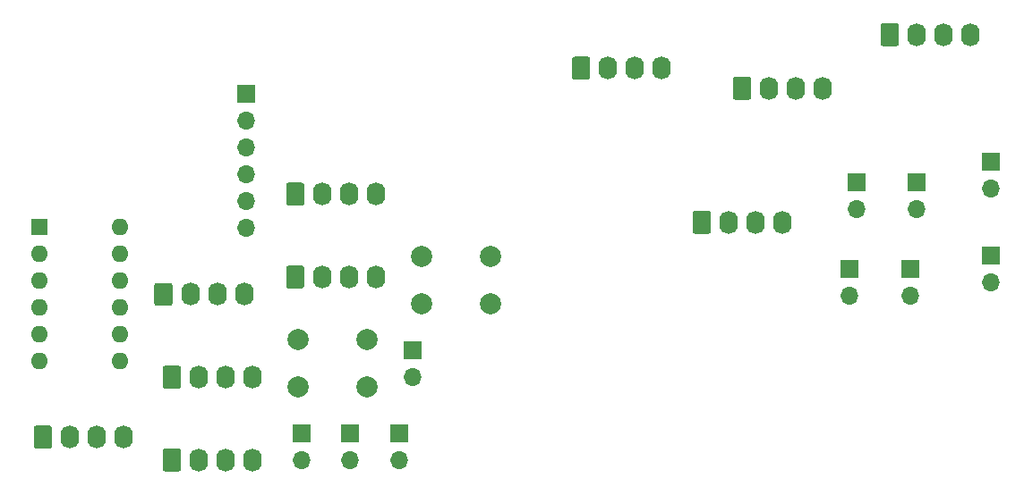
<source format=gbr>
%TF.GenerationSoftware,KiCad,Pcbnew,(5.1.9)-1*%
%TF.CreationDate,2022-03-08T11:24:29-07:00*%
%TF.ProjectId,SensorBoard,53656e73-6f72-4426-9f61-72642e6b6963,rev?*%
%TF.SameCoordinates,Original*%
%TF.FileFunction,Copper,L2,Bot*%
%TF.FilePolarity,Positive*%
%FSLAX46Y46*%
G04 Gerber Fmt 4.6, Leading zero omitted, Abs format (unit mm)*
G04 Created by KiCad (PCBNEW (5.1.9)-1) date 2022-03-08 11:24:29*
%MOMM*%
%LPD*%
G01*
G04 APERTURE LIST*
%TA.AperFunction,ComponentPad*%
%ADD10R,1.700000X1.700000*%
%TD*%
%TA.AperFunction,ComponentPad*%
%ADD11O,1.700000X1.700000*%
%TD*%
%TA.AperFunction,ComponentPad*%
%ADD12O,1.740000X2.190000*%
%TD*%
%TA.AperFunction,ComponentPad*%
%ADD13R,1.600000X1.600000*%
%TD*%
%TA.AperFunction,ComponentPad*%
%ADD14O,1.600000X1.600000*%
%TD*%
%TA.AperFunction,ComponentPad*%
%ADD15C,2.000000*%
%TD*%
G04 APERTURE END LIST*
D10*
%TO.P,J1,1*%
%TO.N,+5V*%
X154905001Y-55920001D03*
D11*
%TO.P,J1,2*%
%TO.N,GND*%
X154905001Y-58460001D03*
%TD*%
D12*
%TO.P,J2,4*%
%TO.N,GND*%
X139735001Y-66340001D03*
%TO.P,J2,3*%
%TO.N,Net-(J2-Pad3)*%
X137195001Y-66340001D03*
%TO.P,J2,2*%
%TO.N,Net-(J2-Pad2)*%
X134655001Y-66340001D03*
%TO.P,J2,1*%
%TO.N,+5V*%
%TA.AperFunction,ComponentPad*%
G36*
G01*
X131245001Y-67185002D02*
X131245001Y-65495000D01*
G75*
G02*
X131495000Y-65245001I249999J0D01*
G01*
X132735002Y-65245001D01*
G75*
G02*
X132985001Y-65495000I0J-249999D01*
G01*
X132985001Y-67185002D01*
G75*
G02*
X132735002Y-67435001I-249999J0D01*
G01*
X131495000Y-67435001D01*
G75*
G02*
X131245001Y-67185002I0J249999D01*
G01*
G37*
%TD.AperFunction*%
%TD*%
D10*
%TO.P,J3,1*%
%TO.N,Net-(D8-Pad1)*%
X139165001Y-31670001D03*
D11*
%TO.P,J3,2*%
%TO.N,+5V*%
X139165001Y-34210001D03*
%TO.P,J3,3*%
%TO.N,GND*%
X139165001Y-36750001D03*
%TO.P,J3,4*%
%TO.N,RB7*%
X139165001Y-39290001D03*
%TO.P,J3,5*%
%TO.N,RB6*%
X139165001Y-41830001D03*
%TO.P,J3,6*%
%TO.N,Net-(J3-Pad6)*%
X139165001Y-44370001D03*
%TD*%
%TO.P,J4,1*%
%TO.N,+5V*%
%TA.AperFunction,ComponentPad*%
G36*
G01*
X181375000Y-44660001D02*
X181375000Y-42969999D01*
G75*
G02*
X181624999Y-42720000I249999J0D01*
G01*
X182865001Y-42720000D01*
G75*
G02*
X183115000Y-42969999I0J-249999D01*
G01*
X183115000Y-44660001D01*
G75*
G02*
X182865001Y-44910000I-249999J0D01*
G01*
X181624999Y-44910000D01*
G75*
G02*
X181375000Y-44660001I0J249999D01*
G01*
G37*
%TD.AperFunction*%
D12*
%TO.P,J4,2*%
%TO.N,Net-(J2-Pad2)*%
X184785000Y-43815000D03*
%TO.P,J4,3*%
%TO.N,Net-(J2-Pad3)*%
X187325000Y-43815000D03*
%TO.P,J4,4*%
%TO.N,GND*%
X189865000Y-43815000D03*
%TD*%
%TO.P,J5,4*%
%TO.N,GND*%
X193675000Y-31115000D03*
%TO.P,J5,3*%
%TO.N,Net-(J5-Pad3)*%
X191135000Y-31115000D03*
%TO.P,J5,2*%
%TO.N,SDA2*%
X188595000Y-31115000D03*
%TO.P,J5,1*%
%TO.N,+5V*%
%TA.AperFunction,ComponentPad*%
G36*
G01*
X185185000Y-31960001D02*
X185185000Y-30269999D01*
G75*
G02*
X185434999Y-30020000I249999J0D01*
G01*
X186675001Y-30020000D01*
G75*
G02*
X186925000Y-30269999I0J-249999D01*
G01*
X186925000Y-31960001D01*
G75*
G02*
X186675001Y-32210000I-249999J0D01*
G01*
X185434999Y-32210000D01*
G75*
G02*
X185185000Y-31960001I0J249999D01*
G01*
G37*
%TD.AperFunction*%
%TD*%
%TO.P,J6,1*%
%TO.N,+5V*%
%TA.AperFunction,ComponentPad*%
G36*
G01*
X199155000Y-26880001D02*
X199155000Y-25189999D01*
G75*
G02*
X199404999Y-24940000I249999J0D01*
G01*
X200645001Y-24940000D01*
G75*
G02*
X200895000Y-25189999I0J-249999D01*
G01*
X200895000Y-26880001D01*
G75*
G02*
X200645001Y-27130000I-249999J0D01*
G01*
X199404999Y-27130000D01*
G75*
G02*
X199155000Y-26880001I0J249999D01*
G01*
G37*
%TD.AperFunction*%
%TO.P,J6,2*%
%TO.N,SDA2*%
X202565000Y-26035000D03*
%TO.P,J6,3*%
%TO.N,Net-(J6-Pad3)*%
X205105000Y-26035000D03*
%TO.P,J6,4*%
%TO.N,GND*%
X207645000Y-26035000D03*
%TD*%
%TO.P,J7,4*%
%TO.N,GND*%
X138935001Y-50640001D03*
%TO.P,J7,3*%
%TO.N,Net-(J7-Pad3)*%
X136395001Y-50640001D03*
%TO.P,J7,2*%
%TO.N,SDA2*%
X133855001Y-50640001D03*
%TO.P,J7,1*%
%TO.N,+5V*%
%TA.AperFunction,ComponentPad*%
G36*
G01*
X130445001Y-51485002D02*
X130445001Y-49795000D01*
G75*
G02*
X130695000Y-49545001I249999J0D01*
G01*
X131935002Y-49545001D01*
G75*
G02*
X132185001Y-49795000I0J-249999D01*
G01*
X132185001Y-51485002D01*
G75*
G02*
X131935002Y-51735001I-249999J0D01*
G01*
X130695000Y-51735001D01*
G75*
G02*
X130445001Y-51485002I0J249999D01*
G01*
G37*
%TD.AperFunction*%
%TD*%
%TO.P,J8,1*%
%TO.N,+5V*%
%TA.AperFunction,ComponentPad*%
G36*
G01*
X169945000Y-30055001D02*
X169945000Y-28364999D01*
G75*
G02*
X170194999Y-28115000I249999J0D01*
G01*
X171435001Y-28115000D01*
G75*
G02*
X171685000Y-28364999I0J-249999D01*
G01*
X171685000Y-30055001D01*
G75*
G02*
X171435001Y-30305000I-249999J0D01*
G01*
X170194999Y-30305000D01*
G75*
G02*
X169945000Y-30055001I0J249999D01*
G01*
G37*
%TD.AperFunction*%
%TO.P,J8,2*%
%TO.N,SDA2*%
X173355000Y-29210000D03*
%TO.P,J8,3*%
%TO.N,Net-(J8-Pad3)*%
X175895000Y-29210000D03*
%TO.P,J8,4*%
%TO.N,GND*%
X178435000Y-29210000D03*
%TD*%
%TO.P,J9,1*%
%TO.N,+5V*%
%TA.AperFunction,ComponentPad*%
G36*
G01*
X142915001Y-41985002D02*
X142915001Y-40295000D01*
G75*
G02*
X143165000Y-40045001I249999J0D01*
G01*
X144405002Y-40045001D01*
G75*
G02*
X144655001Y-40295000I0J-249999D01*
G01*
X144655001Y-41985002D01*
G75*
G02*
X144405002Y-42235001I-249999J0D01*
G01*
X143165000Y-42235001D01*
G75*
G02*
X142915001Y-41985002I0J249999D01*
G01*
G37*
%TD.AperFunction*%
%TO.P,J9,2*%
%TO.N,SDA2*%
X146325001Y-41140001D03*
%TO.P,J9,3*%
%TO.N,Net-(J9-Pad3)*%
X148865001Y-41140001D03*
%TO.P,J9,4*%
%TO.N,GND*%
X151405001Y-41140001D03*
%TD*%
%TO.P,J10,4*%
%TO.N,GND*%
X127525001Y-64160001D03*
%TO.P,J10,3*%
%TO.N,Net-(J10-Pad3)*%
X124985001Y-64160001D03*
%TO.P,J10,2*%
%TO.N,SDA2*%
X122445001Y-64160001D03*
%TO.P,J10,1*%
%TO.N,+5V*%
%TA.AperFunction,ComponentPad*%
G36*
G01*
X119035001Y-65005002D02*
X119035001Y-63315000D01*
G75*
G02*
X119285000Y-63065001I249999J0D01*
G01*
X120525002Y-63065001D01*
G75*
G02*
X120775001Y-63315000I0J-249999D01*
G01*
X120775001Y-65005002D01*
G75*
G02*
X120525002Y-65255001I-249999J0D01*
G01*
X119285000Y-65255001D01*
G75*
G02*
X119035001Y-65005002I0J249999D01*
G01*
G37*
%TD.AperFunction*%
%TD*%
%TO.P,J11,1*%
%TO.N,+5V*%
%TA.AperFunction,ComponentPad*%
G36*
G01*
X131245001Y-59335002D02*
X131245001Y-57645000D01*
G75*
G02*
X131495000Y-57395001I249999J0D01*
G01*
X132735002Y-57395001D01*
G75*
G02*
X132985001Y-57645000I0J-249999D01*
G01*
X132985001Y-59335002D01*
G75*
G02*
X132735002Y-59585001I-249999J0D01*
G01*
X131495000Y-59585001D01*
G75*
G02*
X131245001Y-59335002I0J249999D01*
G01*
G37*
%TD.AperFunction*%
%TO.P,J11,2*%
%TO.N,SDA2*%
X134655001Y-58490001D03*
%TO.P,J11,3*%
%TO.N,Net-(J11-Pad3)*%
X137195001Y-58490001D03*
%TO.P,J11,4*%
%TO.N,GND*%
X139735001Y-58490001D03*
%TD*%
%TO.P,J12,4*%
%TO.N,GND*%
X151405001Y-48990001D03*
%TO.P,J12,3*%
%TO.N,Net-(J12-Pad3)*%
X148865001Y-48990001D03*
%TO.P,J12,2*%
%TO.N,SDA2*%
X146325001Y-48990001D03*
%TO.P,J12,1*%
%TO.N,+5V*%
%TA.AperFunction,ComponentPad*%
G36*
G01*
X142915001Y-49835002D02*
X142915001Y-48145000D01*
G75*
G02*
X143165000Y-47895001I249999J0D01*
G01*
X144405002Y-47895001D01*
G75*
G02*
X144655001Y-48145000I0J-249999D01*
G01*
X144655001Y-49835002D01*
G75*
G02*
X144405002Y-50085001I-249999J0D01*
G01*
X143165000Y-50085001D01*
G75*
G02*
X142915001Y-49835002I0J249999D01*
G01*
G37*
%TD.AperFunction*%
%TD*%
D10*
%TO.P,JP1,1*%
%TO.N,+5V*%
X196850000Y-40005000D03*
D11*
%TO.P,JP1,2*%
%TO.N,Net-(JP1-Pad2)*%
X196850000Y-42545000D03*
%TD*%
D10*
%TO.P,JP2,1*%
%TO.N,SCL2*%
X201930000Y-48260000D03*
D11*
%TO.P,JP2,2*%
%TO.N,Net-(J5-Pad3)*%
X201930000Y-50800000D03*
%TD*%
%TO.P,JP3,2*%
%TO.N,Net-(J6-Pad3)*%
X209550000Y-40640000D03*
D10*
%TO.P,JP3,1*%
%TO.N,SCL2*%
X209550000Y-38100000D03*
%TD*%
%TO.P,JP4,1*%
%TO.N,SCL2*%
X144355001Y-63770001D03*
D11*
%TO.P,JP4,2*%
%TO.N,Net-(J7-Pad3)*%
X144355001Y-66310001D03*
%TD*%
D10*
%TO.P,JP5,1*%
%TO.N,SCL2*%
X196215000Y-48260000D03*
D11*
%TO.P,JP5,2*%
%TO.N,Net-(J8-Pad3)*%
X196215000Y-50800000D03*
%TD*%
%TO.P,JP6,2*%
%TO.N,Net-(J9-Pad3)*%
X149005001Y-66310001D03*
D10*
%TO.P,JP6,1*%
%TO.N,SCL2*%
X149005001Y-63770001D03*
%TD*%
D11*
%TO.P,JP7,2*%
%TO.N,Net-(J10-Pad3)*%
X202565000Y-42545000D03*
D10*
%TO.P,JP7,1*%
%TO.N,SCL2*%
X202565000Y-40005000D03*
%TD*%
D11*
%TO.P,JP8,2*%
%TO.N,Net-(J11-Pad3)*%
X209550000Y-49530000D03*
D10*
%TO.P,JP8,1*%
%TO.N,SCL2*%
X209550000Y-46990000D03*
%TD*%
D11*
%TO.P,JP9,2*%
%TO.N,Net-(J12-Pad3)*%
X153655001Y-66310001D03*
D10*
%TO.P,JP9,1*%
%TO.N,SCL2*%
X153655001Y-63770001D03*
%TD*%
D13*
%TO.P,SW1,1*%
%TO.N,GND*%
X119550001Y-44290001D03*
D14*
%TO.P,SW1,7*%
%TO.N,Net-(R10-Pad2)*%
X127170001Y-56990001D03*
%TO.P,SW1,2*%
%TO.N,GND*%
X119550001Y-46830001D03*
%TO.P,SW1,8*%
%TO.N,Net-(R9-Pad2)*%
X127170001Y-54450001D03*
%TO.P,SW1,3*%
%TO.N,GND*%
X119550001Y-49370001D03*
%TO.P,SW1,9*%
%TO.N,Net-(R8-Pad2)*%
X127170001Y-51910001D03*
%TO.P,SW1,4*%
%TO.N,GND*%
X119550001Y-51910001D03*
%TO.P,SW1,10*%
%TO.N,Net-(R7-Pad2)*%
X127170001Y-49370001D03*
%TO.P,SW1,5*%
%TO.N,GND*%
X119550001Y-54450001D03*
%TO.P,SW1,11*%
%TO.N,Net-(R6-Pad2)*%
X127170001Y-46830001D03*
%TO.P,SW1,6*%
%TO.N,GND*%
X119550001Y-56990001D03*
%TO.P,SW1,12*%
%TO.N,Net-(R5-Pad2)*%
X127170001Y-44290001D03*
%TD*%
D15*
%TO.P,SW2,2*%
%TO.N,Net-(R13-Pad1)*%
X144055001Y-59420001D03*
%TO.P,SW2,1*%
%TO.N,+5V*%
X144055001Y-54920001D03*
%TO.P,SW2,2*%
%TO.N,Net-(R13-Pad1)*%
X150555001Y-59420001D03*
%TO.P,SW2,1*%
%TO.N,+5V*%
X150555001Y-54920001D03*
%TD*%
%TO.P,SW3,1*%
%TO.N,+5V*%
X162225001Y-47070001D03*
%TO.P,SW3,2*%
%TO.N,Net-(R14-Pad1)*%
X162225001Y-51570001D03*
%TO.P,SW3,1*%
%TO.N,+5V*%
X155725001Y-47070001D03*
%TO.P,SW3,2*%
%TO.N,Net-(R14-Pad1)*%
X155725001Y-51570001D03*
%TD*%
M02*

</source>
